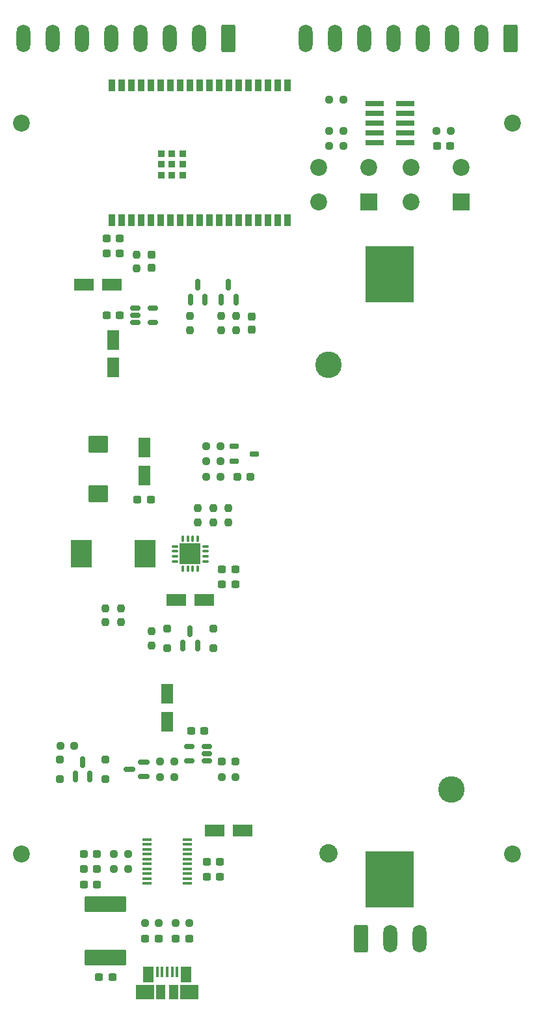
<source format=gbr>
G04 #@! TF.GenerationSoftware,KiCad,Pcbnew,8.0.5-8.0.5-0~ubuntu24.04.1*
G04 #@! TF.CreationDate,2024-10-05T12:28:56+03:00*
G04 #@! TF.ProjectId,esp32-main,65737033-322d-46d6-9169-6e2e6b696361,A*
G04 #@! TF.SameCoordinates,Original*
G04 #@! TF.FileFunction,Soldermask,Top*
G04 #@! TF.FilePolarity,Negative*
%FSLAX46Y46*%
G04 Gerber Fmt 4.6, Leading zero omitted, Abs format (unit mm)*
G04 Created by KiCad (PCBNEW 8.0.5-8.0.5-0~ubuntu24.04.1) date 2024-10-05 12:28:56*
%MOMM*%
%LPD*%
G01*
G04 APERTURE LIST*
G04 Aperture macros list*
%AMRoundRect*
0 Rectangle with rounded corners*
0 $1 Rounding radius*
0 $2 $3 $4 $5 $6 $7 $8 $9 X,Y pos of 4 corners*
0 Add a 4 corners polygon primitive as box body*
4,1,4,$2,$3,$4,$5,$6,$7,$8,$9,$2,$3,0*
0 Add four circle primitives for the rounded corners*
1,1,$1+$1,$2,$3*
1,1,$1+$1,$4,$5*
1,1,$1+$1,$6,$7*
1,1,$1+$1,$8,$9*
0 Add four rect primitives between the rounded corners*
20,1,$1+$1,$2,$3,$4,$5,0*
20,1,$1+$1,$4,$5,$6,$7,0*
20,1,$1+$1,$6,$7,$8,$9,0*
20,1,$1+$1,$8,$9,$2,$3,0*%
G04 Aperture macros list end*
%ADD10RoundRect,0.087500X-0.325000X-0.087500X0.325000X-0.087500X0.325000X0.087500X-0.325000X0.087500X0*%
%ADD11RoundRect,0.087500X-0.087500X-0.325000X0.087500X-0.325000X0.087500X0.325000X-0.087500X0.325000X0*%
%ADD12R,2.700000X2.700000*%
%ADD13R,2.200000X2.200000*%
%ADD14C,2.200000*%
%ADD15RoundRect,0.237500X-0.237500X0.300000X-0.237500X-0.300000X0.237500X-0.300000X0.237500X0.300000X0*%
%ADD16R,2.700000X3.600000*%
%ADD17RoundRect,0.237500X0.237500X-0.250000X0.237500X0.250000X-0.237500X0.250000X-0.237500X-0.250000X0*%
%ADD18RoundRect,0.237500X0.250000X0.237500X-0.250000X0.237500X-0.250000X-0.237500X0.250000X-0.237500X0*%
%ADD19RoundRect,0.237500X-0.237500X0.250000X-0.237500X-0.250000X0.237500X-0.250000X0.237500X0.250000X0*%
%ADD20RoundRect,0.237500X-0.300000X-0.237500X0.300000X-0.237500X0.300000X0.237500X-0.300000X0.237500X0*%
%ADD21RoundRect,0.237500X-0.250000X-0.237500X0.250000X-0.237500X0.250000X0.237500X-0.250000X0.237500X0*%
%ADD22RoundRect,0.162500X-0.447500X-0.162500X0.447500X-0.162500X0.447500X0.162500X-0.447500X0.162500X0*%
%ADD23RoundRect,0.250000X0.250000X-0.250000X0.250000X0.250000X-0.250000X0.250000X-0.250000X-0.250000X0*%
%ADD24RoundRect,0.250000X-0.550000X1.050000X-0.550000X-1.050000X0.550000X-1.050000X0.550000X1.050000X0*%
%ADD25RoundRect,0.150000X0.512500X0.150000X-0.512500X0.150000X-0.512500X-0.150000X0.512500X-0.150000X0*%
%ADD26RoundRect,0.250000X0.550000X-1.050000X0.550000X1.050000X-0.550000X1.050000X-0.550000X-1.050000X0*%
%ADD27R,0.450000X1.380000*%
%ADD28R,2.375000X1.900000*%
%ADD29R,1.475000X2.100000*%
%ADD30R,1.175000X1.900000*%
%ADD31RoundRect,0.250000X-0.650000X-1.550000X0.650000X-1.550000X0.650000X1.550000X-0.650000X1.550000X0*%
%ADD32O,1.800000X3.600000*%
%ADD33RoundRect,0.237500X0.237500X-0.300000X0.237500X0.300000X-0.237500X0.300000X-0.237500X-0.300000X0*%
%ADD34RoundRect,0.250000X-1.025000X0.875000X-1.025000X-0.875000X1.025000X-0.875000X1.025000X0.875000X0*%
%ADD35RoundRect,0.237500X0.300000X0.237500X-0.300000X0.237500X-0.300000X-0.237500X0.300000X-0.237500X0*%
%ADD36RoundRect,0.250000X-0.250000X0.250000X-0.250000X-0.250000X0.250000X-0.250000X0.250000X0.250000X0*%
%ADD37R,2.400000X0.740000*%
%ADD38R,0.900000X1.500000*%
%ADD39R,0.900000X0.900000*%
%ADD40RoundRect,0.250001X2.474999X-0.799999X2.474999X0.799999X-2.474999X0.799999X-2.474999X-0.799999X0*%
%ADD41R,1.200000X0.400000*%
%ADD42RoundRect,0.237500X0.287500X0.237500X-0.287500X0.237500X-0.287500X-0.237500X0.287500X-0.237500X0*%
%ADD43RoundRect,0.250000X-1.050000X-0.550000X1.050000X-0.550000X1.050000X0.550000X-1.050000X0.550000X0*%
%ADD44RoundRect,0.150000X0.587500X0.150000X-0.587500X0.150000X-0.587500X-0.150000X0.587500X-0.150000X0*%
%ADD45RoundRect,0.237500X-0.287500X-0.237500X0.287500X-0.237500X0.287500X0.237500X-0.287500X0.237500X0*%
%ADD46RoundRect,0.150000X0.150000X-0.587500X0.150000X0.587500X-0.150000X0.587500X-0.150000X-0.587500X0*%
%ADD47RoundRect,0.150000X-0.512500X-0.150000X0.512500X-0.150000X0.512500X0.150000X-0.512500X0.150000X0*%
%ADD48RoundRect,0.250000X1.050000X0.550000X-1.050000X0.550000X-1.050000X-0.550000X1.050000X-0.550000X0*%
%ADD49RoundRect,0.250000X0.650000X1.550000X-0.650000X1.550000X-0.650000X-1.550000X0.650000X-1.550000X0*%
%ADD50C,2.390000*%
%ADD51C,3.450000*%
%ADD52R,6.350000X7.340000*%
G04 APERTURE END LIST*
D10*
X133037500Y-96025000D03*
X133037500Y-96675000D03*
X133037500Y-97325000D03*
X133037500Y-97975000D03*
D11*
X134025000Y-98962500D03*
X134675000Y-98962500D03*
X135325000Y-98962500D03*
X135975000Y-98962500D03*
D10*
X136962500Y-97975000D03*
X136962500Y-97325000D03*
X136962500Y-96675000D03*
X136962500Y-96025000D03*
D11*
X135975000Y-95037500D03*
X135325000Y-95037500D03*
X134675000Y-95037500D03*
X134025000Y-95037500D03*
D12*
X135000000Y-97000000D03*
D13*
X170250000Y-51250000D03*
D14*
X163750000Y-51250000D03*
X170250000Y-46750000D03*
X163750000Y-46750000D03*
D13*
X158250000Y-51250000D03*
D14*
X151750000Y-51250000D03*
X158250000Y-46750000D03*
X151750000Y-46750000D03*
D15*
X130000000Y-58137500D03*
X130000000Y-59862500D03*
D16*
X120850000Y-97000000D03*
X129150000Y-97000000D03*
D17*
X138000000Y-92912500D03*
X138000000Y-91087500D03*
D18*
X132912500Y-124000000D03*
X131087500Y-124000000D03*
D19*
X140000000Y-91087500D03*
X140000000Y-92912500D03*
D20*
X139137500Y-99000000D03*
X140862500Y-99000000D03*
D21*
X167087500Y-42000000D03*
X168912500Y-42000000D03*
D22*
X140690000Y-83050000D03*
X140690000Y-84950000D03*
X143310000Y-84000000D03*
D14*
X177000000Y-41000000D03*
D23*
X124000000Y-126250000D03*
X124000000Y-123750000D03*
D24*
X125000000Y-69200000D03*
X125000000Y-72800000D03*
D18*
X132912500Y-126000000D03*
X131087500Y-126000000D03*
D20*
X135137500Y-120000000D03*
X136862500Y-120000000D03*
D25*
X137137500Y-123950000D03*
X137137500Y-123000000D03*
X137137500Y-122050000D03*
X134862500Y-122050000D03*
X134862500Y-123950000D03*
D26*
X132000000Y-118800000D03*
X132000000Y-115200000D03*
D27*
X130700000Y-151340000D03*
X131350000Y-151340000D03*
X132000000Y-151340000D03*
X132650000Y-151340000D03*
X133300000Y-151340000D03*
D28*
X134912500Y-154000000D03*
D29*
X134462500Y-151700000D03*
D30*
X132837500Y-154000000D03*
X131162500Y-154000000D03*
D29*
X129537500Y-151700000D03*
D28*
X129087500Y-154000000D03*
D21*
X139087500Y-126000000D03*
X140912500Y-126000000D03*
D31*
X157245000Y-147067500D03*
D32*
X161055000Y-147067500D03*
X164865000Y-147067500D03*
D33*
X143000000Y-67862500D03*
X143000000Y-66137500D03*
D18*
X126912500Y-138000000D03*
X125087500Y-138000000D03*
D34*
X123000000Y-82800000D03*
X123000000Y-89200000D03*
D18*
X138912500Y-83000000D03*
X137087500Y-83000000D03*
D35*
X125862500Y-58000000D03*
X124137500Y-58000000D03*
D20*
X137137500Y-139000000D03*
X138862500Y-139000000D03*
D19*
X135000000Y-66087500D03*
X135000000Y-67912500D03*
D36*
X132000000Y-106750000D03*
X132000000Y-109250000D03*
D37*
X162950000Y-43540000D03*
X159050000Y-43540000D03*
X162950000Y-42270000D03*
X159050000Y-42270000D03*
X162950000Y-41000000D03*
X159050000Y-41000000D03*
X162950000Y-39730000D03*
X159050000Y-39730000D03*
X162950000Y-38460000D03*
X159050000Y-38460000D03*
D38*
X124805000Y-53650000D03*
X126075000Y-53650000D03*
X127345000Y-53650000D03*
X128615000Y-53650000D03*
X129885000Y-53650000D03*
X131155000Y-53650000D03*
X132425000Y-53650000D03*
X133695000Y-53650000D03*
X134965000Y-53650000D03*
X136235000Y-53650000D03*
X137505000Y-53650000D03*
X138775000Y-53650000D03*
X140045000Y-53650000D03*
X141315000Y-53650000D03*
X142585000Y-53650000D03*
X143855000Y-53650000D03*
X145125000Y-53650000D03*
X146395000Y-53650000D03*
X147665000Y-53650000D03*
X147665000Y-36150000D03*
X146395000Y-36150000D03*
X145125000Y-36150000D03*
X143855000Y-36150000D03*
X142585000Y-36150000D03*
X141315000Y-36150000D03*
X140045000Y-36150000D03*
X138775000Y-36150000D03*
X137505000Y-36150000D03*
X136235000Y-36150000D03*
X134965000Y-36150000D03*
X133695000Y-36150000D03*
X132425000Y-36150000D03*
X131155000Y-36150000D03*
X129885000Y-36150000D03*
X128615000Y-36150000D03*
X127345000Y-36150000D03*
X126075000Y-36150000D03*
X124805000Y-36150000D03*
D39*
X131200000Y-47805000D03*
X132600000Y-47800000D03*
X134000000Y-47800000D03*
X131200000Y-46400000D03*
X132600000Y-46400000D03*
X134000000Y-46400000D03*
X131200000Y-45000000D03*
X132600000Y-45000000D03*
X134000000Y-45000000D03*
D18*
X154912500Y-44000000D03*
X153087500Y-44000000D03*
D14*
X113000000Y-41000000D03*
D40*
X124000000Y-149475000D03*
X124000000Y-142525000D03*
D18*
X154912500Y-42000000D03*
X153087500Y-42000000D03*
D17*
X124000000Y-105912500D03*
X124000000Y-104087500D03*
D41*
X129400000Y-134142500D03*
X129400000Y-134777500D03*
X129400000Y-135412500D03*
X129400000Y-136047500D03*
X129400000Y-136682500D03*
X129400000Y-137317500D03*
X129400000Y-137952500D03*
X129400000Y-138587500D03*
X129400000Y-139222500D03*
X129400000Y-139857500D03*
X134600000Y-139857500D03*
X134600000Y-139222500D03*
X134600000Y-138587500D03*
X134600000Y-137952500D03*
X134600000Y-137317500D03*
X134600000Y-136682500D03*
X134600000Y-136047500D03*
X134600000Y-135412500D03*
X134600000Y-134777500D03*
X134600000Y-134142500D03*
D18*
X154912500Y-38000000D03*
X153087500Y-38000000D03*
D42*
X122875000Y-138000000D03*
X121125000Y-138000000D03*
D43*
X138200000Y-133000000D03*
X141800000Y-133000000D03*
D44*
X128937500Y-125950000D03*
X128937500Y-124050000D03*
X127062500Y-125000000D03*
D36*
X118000000Y-123750000D03*
X118000000Y-126250000D03*
D21*
X129087500Y-145000000D03*
X130912500Y-145000000D03*
D19*
X136000000Y-91087500D03*
X136000000Y-92912500D03*
D20*
X137137500Y-137000000D03*
X138862500Y-137000000D03*
D18*
X126912500Y-136000000D03*
X125087500Y-136000000D03*
D14*
X177000000Y-136050000D03*
D35*
X124862500Y-152000000D03*
X123137500Y-152000000D03*
D45*
X139125000Y-124000000D03*
X140875000Y-124000000D03*
D21*
X137087500Y-87000000D03*
X138912500Y-87000000D03*
D46*
X135050000Y-63937500D03*
X136950000Y-63937500D03*
X136000000Y-62062500D03*
D47*
X127862500Y-65050000D03*
X127862500Y-66000000D03*
X127862500Y-66950000D03*
X130137500Y-66950000D03*
X130137500Y-65050000D03*
D18*
X134912500Y-145000000D03*
X133087500Y-145000000D03*
D17*
X141000000Y-67912500D03*
X141000000Y-66087500D03*
D48*
X136800000Y-103000000D03*
X133200000Y-103000000D03*
D19*
X139000000Y-66087500D03*
X139000000Y-67912500D03*
D42*
X122875000Y-136000000D03*
X121125000Y-136000000D03*
D14*
X113000000Y-136000000D03*
D35*
X129862500Y-90000000D03*
X128137500Y-90000000D03*
D46*
X139050000Y-63937500D03*
X140950000Y-63937500D03*
X140000000Y-62062500D03*
D49*
X140000000Y-30000000D03*
D32*
X136190000Y-30000000D03*
X132380000Y-30000000D03*
X128570000Y-30000000D03*
X124760000Y-30000000D03*
X120950000Y-30000000D03*
X117140000Y-30000000D03*
X113330000Y-30000000D03*
D50*
X153000000Y-135930000D03*
D51*
X169000000Y-127600000D03*
X153000000Y-72400000D03*
D52*
X161000000Y-139330000D03*
X161000000Y-60670000D03*
D48*
X124800000Y-62000000D03*
X121200000Y-62000000D03*
D19*
X130000000Y-107087500D03*
X130000000Y-108912500D03*
D23*
X138000000Y-109250000D03*
X138000000Y-106750000D03*
D49*
X176670000Y-30000000D03*
D32*
X172860000Y-30000000D03*
X169050000Y-30000000D03*
X165240000Y-30000000D03*
X161430000Y-30000000D03*
X157620000Y-30000000D03*
X153810000Y-30000000D03*
X150000000Y-30000000D03*
D42*
X142875000Y-87000000D03*
X141125000Y-87000000D03*
D46*
X134050000Y-108937500D03*
X135950000Y-108937500D03*
X135000000Y-107062500D03*
D20*
X167137500Y-44000000D03*
X168862500Y-44000000D03*
D18*
X119912500Y-122000000D03*
X118087500Y-122000000D03*
X138912500Y-85000000D03*
X137087500Y-85000000D03*
D20*
X139137500Y-101000000D03*
X140862500Y-101000000D03*
D17*
X128000000Y-59912500D03*
X128000000Y-58087500D03*
X126000000Y-105912500D03*
X126000000Y-104087500D03*
D35*
X125862500Y-56000000D03*
X124137500Y-56000000D03*
D26*
X129000000Y-86800000D03*
X129000000Y-83200000D03*
D46*
X120050000Y-125937500D03*
X121950000Y-125937500D03*
X121000000Y-124062500D03*
D20*
X133137500Y-147000000D03*
X134862500Y-147000000D03*
D35*
X125862500Y-66000000D03*
X124137500Y-66000000D03*
D20*
X121137500Y-140000000D03*
X122862500Y-140000000D03*
D35*
X130862500Y-147000000D03*
X129137500Y-147000000D03*
M02*

</source>
